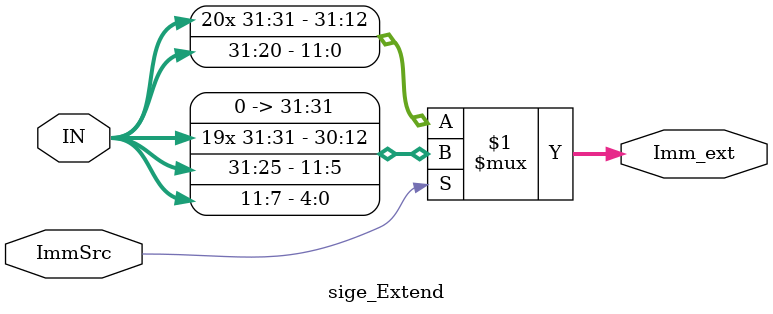
<source format=v>
module sige_Extend(IN,Imm_ext,ImmSrc);
input [31:0]IN;
input ImmSrc;
output [31:0]Imm_ext;


assign Imm_ext =(ImmSrc)?{{20{IN[31]}},IN[30:25],IN[11:7]}:{{20{IN[31]}},IN[31:20]} ;
endmodule

</source>
